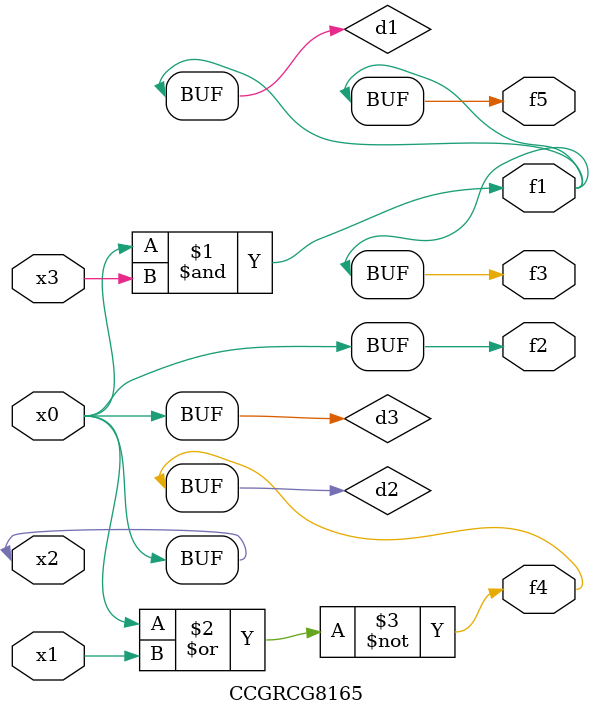
<source format=v>
module CCGRCG8165(
	input x0, x1, x2, x3,
	output f1, f2, f3, f4, f5
);

	wire d1, d2, d3;

	and (d1, x2, x3);
	nor (d2, x0, x1);
	buf (d3, x0, x2);
	assign f1 = d1;
	assign f2 = d3;
	assign f3 = d1;
	assign f4 = d2;
	assign f5 = d1;
endmodule

</source>
